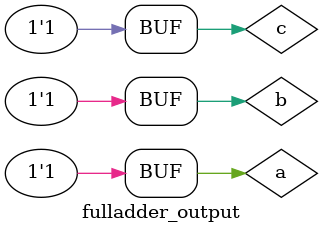
<source format=v>
`timescale 1ns / 1ps


module fulladder_output;

	// Inputs
	reg a;
	reg b;
	reg c;

	// Outputs
	wire sum;
	wire carry;

	// Instantiate the Unit Under Test (UUT)
	fulladder uut (
		.a(a), 
		.b(b), 
		.c(c), 
		.sum(sum), 
		.carry(carry)
	);

	initial begin
		// Initialize Inputs
		a = 0;
		b = 0;
		c = 0;

		// Wait 100 ns for global reset to finish
		#100;
        
		// Add stimulus here
      a = 0;
		b = 0;
		c = 1;
		#100;
		a = 0;
		b = 1;
		c = 0;
		#100;
		a = 0;
		b = 1;
		c = 1;
		#100;
		a = 1;
		b = 0;
		c = 0;
		#100;
		a = 1;
		b = 0;
		c = 1;
		#100;
		a = 1;
		b = 1;
		c = 0;
		#100;
		a = 1;
		b = 1;
		c = 1;
		#100;
		
	end
      
endmodule


</source>
